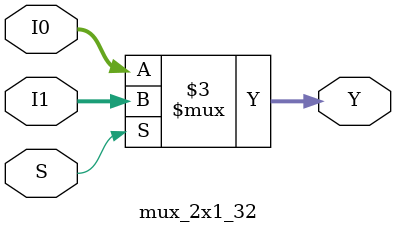
<source format=v>
module mux_2x1_32 (output reg [31:0] Y, input S, input [31:0] I0, I1);
    always @ (S, I0, I1)
        if (S) Y <= I1;
        else Y <= I0;
endmodule

</source>
